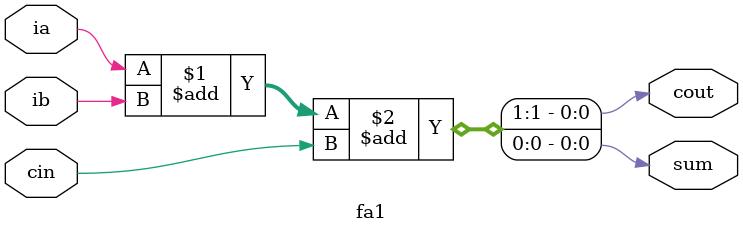
<source format=v>
`timescale 1ns / 1ps

module fa1(
	input ia,
	input ib,
	input cin,
	output sum,
	output cout
	);
	
	assign {cout, sum} = ia + ib + cin;
endmodule

</source>
